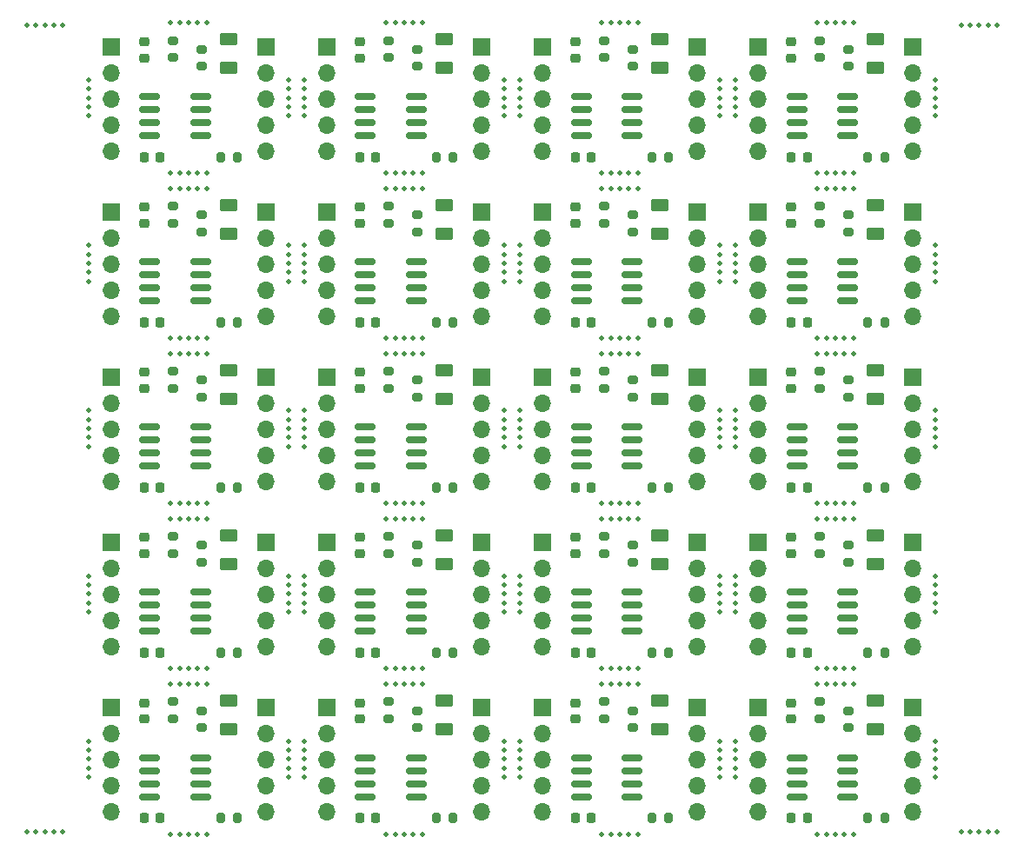
<source format=gbr>
%TF.GenerationSoftware,KiCad,Pcbnew,7.0.9*%
%TF.CreationDate,2024-07-19T15:30:45+09:00*%
%TF.ProjectId,panelize,70616e65-6c69-47a6-952e-6b696361645f,rev?*%
%TF.SameCoordinates,PX39748eaPY88a96c5*%
%TF.FileFunction,Soldermask,Top*%
%TF.FilePolarity,Negative*%
%FSLAX46Y46*%
G04 Gerber Fmt 4.6, Leading zero omitted, Abs format (unit mm)*
G04 Created by KiCad (PCBNEW 7.0.9) date 2024-07-19 15:30:45*
%MOMM*%
%LPD*%
G01*
G04 APERTURE LIST*
G04 Aperture macros list*
%AMRoundRect*
0 Rectangle with rounded corners*
0 $1 Rounding radius*
0 $2 $3 $4 $5 $6 $7 $8 $9 X,Y pos of 4 corners*
0 Add a 4 corners polygon primitive as box body*
4,1,4,$2,$3,$4,$5,$6,$7,$8,$9,$2,$3,0*
0 Add four circle primitives for the rounded corners*
1,1,$1+$1,$2,$3*
1,1,$1+$1,$4,$5*
1,1,$1+$1,$6,$7*
1,1,$1+$1,$8,$9*
0 Add four rect primitives between the rounded corners*
20,1,$1+$1,$2,$3,$4,$5,0*
20,1,$1+$1,$4,$5,$6,$7,0*
20,1,$1+$1,$6,$7,$8,$9,0*
20,1,$1+$1,$8,$9,$2,$3,0*%
G04 Aperture macros list end*
%ADD10C,0.500000*%
%ADD11RoundRect,0.200000X-0.275000X0.200000X-0.275000X-0.200000X0.275000X-0.200000X0.275000X0.200000X0*%
%ADD12RoundRect,0.150000X-0.825000X-0.150000X0.825000X-0.150000X0.825000X0.150000X-0.825000X0.150000X0*%
%ADD13RoundRect,0.200000X0.275000X-0.200000X0.275000X0.200000X-0.275000X0.200000X-0.275000X-0.200000X0*%
%ADD14RoundRect,0.250000X0.625000X-0.375000X0.625000X0.375000X-0.625000X0.375000X-0.625000X-0.375000X0*%
%ADD15RoundRect,0.200000X-0.200000X-0.275000X0.200000X-0.275000X0.200000X0.275000X-0.200000X0.275000X0*%
%ADD16RoundRect,0.218750X-0.218750X-0.256250X0.218750X-0.256250X0.218750X0.256250X-0.218750X0.256250X0*%
%ADD17RoundRect,0.218750X-0.256250X0.218750X-0.256250X-0.218750X0.256250X-0.218750X0.256250X0.218750X0*%
%ADD18O,1.700000X1.700000*%
%ADD19R,1.700000X1.700000*%
G04 APERTURE END LIST*
D10*
%TO.C,KiKit_MB_57_3*%
X47103750Y27100293D03*
%TD*%
D11*
%TO.C,R2*%
X76303750Y81075293D03*
X76303750Y82725293D03*
%TD*%
D12*
%TO.C,U1*%
X37028750Y61205293D03*
X37028750Y59935293D03*
X37028750Y58665293D03*
X37028750Y57395293D03*
X32078750Y57395293D03*
X32078750Y58665293D03*
X32078750Y59935293D03*
X32078750Y61205293D03*
%TD*%
D13*
%TO.C,470*%
X58153750Y81875293D03*
X58153750Y80225293D03*
%TD*%
D10*
%TO.C,KiKit_MB_42_6*%
X66603750Y44075293D03*
%TD*%
%TO.C,KiKit_MB_9_7*%
X47103750Y78900293D03*
%TD*%
D14*
%TO.C,D3*%
X39753750Y66750293D03*
X39753750Y63950293D03*
%TD*%
D10*
%TO.C,KiKit_MB_73_3*%
X47103750Y11000293D03*
%TD*%
%TO.C,KiKit_MB_3_4*%
X13978750Y84450293D03*
%TD*%
%TO.C,KiKit_MB_66_4*%
X24603750Y13625293D03*
%TD*%
%TO.C,KiKit_MB_65_7*%
X5103750Y14500293D03*
%TD*%
%TO.C,KiKit_MB_52_5*%
X14853750Y21550293D03*
%TD*%
%TO.C,KiKit_MB_3_6*%
X15728750Y84450293D03*
%TD*%
D15*
%TO.C,R1*%
X82628750Y55300293D03*
X80978750Y55300293D03*
%TD*%
D10*
%TO.C,KiKit_MB_43_7*%
X58603750Y52250293D03*
%TD*%
%TO.C,KiKit_MB_6_5*%
X45603750Y77150293D03*
%TD*%
D11*
%TO.C,R2*%
X76303750Y48875293D03*
X76303750Y50525293D03*
%TD*%
D14*
%TO.C,D3*%
X39753750Y82850293D03*
X39753750Y80050293D03*
%TD*%
D10*
%TO.C,KiKit_MB_64_3*%
X79603750Y21550293D03*
%TD*%
D15*
%TO.C,R1*%
X19628750Y23100293D03*
X17978750Y23100293D03*
%TD*%
D10*
%TO.C,KiKit_MB_12_4*%
X57728750Y69850293D03*
%TD*%
D13*
%TO.C,470*%
X37153750Y33575293D03*
X37153750Y31925293D03*
%TD*%
D10*
%TO.C,KiKit_MB_4_4*%
X15728750Y69850293D03*
%TD*%
D14*
%TO.C,D3*%
X18753750Y34550293D03*
X18753750Y31750293D03*
%TD*%
D10*
%TO.C,KiKit_MB_17_4*%
X5103750Y60175293D03*
%TD*%
%TO.C,KiKit_MB_24_5*%
X35853750Y53750293D03*
%TD*%
%TO.C,KiKit_MB_54_4*%
X45603750Y29725293D03*
%TD*%
%TO.C,KiKit_MB_57_6*%
X47103750Y29725293D03*
%TD*%
%TO.C,KiKit_MB_7_5*%
X35853750Y84450293D03*
%TD*%
%TO.C,KiKit_MB_15_6*%
X78728750Y84450293D03*
%TD*%
%TO.C,KiKit_MB_73_4*%
X47103750Y11875293D03*
%TD*%
%TO.C,KiKit_MB_45_3*%
X68103750Y43200293D03*
%TD*%
D16*
%TO.C,LED1*%
X33091250Y39200293D03*
X31516250Y39200293D03*
%TD*%
D10*
%TO.C,KiKit_MB_19_7*%
X16603750Y68350293D03*
%TD*%
%TO.C,KiKit_MB_70_6*%
X45603750Y11875293D03*
%TD*%
%TO.C,KiKit_MB_44_5*%
X56853750Y37650293D03*
%TD*%
%TO.C,KiKit_MB_74_7*%
X66603750Y11000293D03*
%TD*%
D11*
%TO.C,R2*%
X55303750Y64975293D03*
X55303750Y66625293D03*
%TD*%
D10*
%TO.C,KiKit_MB_74_5*%
X66603750Y12750293D03*
%TD*%
%TO.C,KiKit_MB_41_7*%
X47103750Y46700293D03*
%TD*%
%TO.C,KiKit_MB_35_3*%
X13103750Y52250293D03*
%TD*%
D15*
%TO.C,R1*%
X40628750Y7000293D03*
X38978750Y7000293D03*
%TD*%
D10*
%TO.C,KiKit_MB_64_7*%
X76103750Y21550293D03*
%TD*%
%TO.C,KiKit_MB_60_5*%
X56853750Y21550293D03*
%TD*%
%TO.C,KiKit_MB_1_7*%
X5103750Y78900293D03*
%TD*%
%TO.C,KiKit_MB_80_3*%
X79603750Y5450293D03*
%TD*%
%TO.C,KiKit_MB_84_3*%
X90103750Y5700293D03*
%TD*%
D13*
%TO.C,470*%
X58153750Y17475293D03*
X58153750Y15825293D03*
%TD*%
D12*
%TO.C,U1*%
X37028750Y45105293D03*
X37028750Y43835293D03*
X37028750Y42565293D03*
X37028750Y41295293D03*
X32078750Y41295293D03*
X32078750Y42565293D03*
X32078750Y43835293D03*
X32078750Y45105293D03*
%TD*%
D17*
%TO.C,LED2*%
X73553750Y32762793D03*
X73553750Y34337793D03*
%TD*%
D15*
%TO.C,R1*%
X19628750Y71400293D03*
X17978750Y71400293D03*
%TD*%
D10*
%TO.C,KiKit_MB_10_5*%
X66603750Y77150293D03*
%TD*%
%TO.C,KiKit_MB_40_4*%
X36728750Y37650293D03*
%TD*%
%TO.C,KiKit_MB_20_5*%
X14853750Y53750293D03*
%TD*%
%TO.C,KiKit_MB_20_6*%
X13978750Y53750293D03*
%TD*%
%TO.C,KiKit_MB_8_5*%
X35853750Y69850293D03*
%TD*%
%TO.C,KiKit_MB_40_6*%
X34978750Y37650293D03*
%TD*%
%TO.C,KiKit_MB_5_3*%
X26103750Y75400293D03*
%TD*%
%TO.C,KiKit_MB_28_4*%
X57728750Y53750293D03*
%TD*%
D11*
%TO.C,R2*%
X34303750Y32775293D03*
X34303750Y34425293D03*
%TD*%
D10*
%TO.C,KiKit_MB_80_4*%
X78728750Y5450293D03*
%TD*%
%TO.C,KiKit_MB_36_3*%
X16603750Y37650293D03*
%TD*%
D16*
%TO.C,LED1*%
X75091250Y55300293D03*
X73516250Y55300293D03*
%TD*%
D10*
%TO.C,KiKit_MB_45_4*%
X68103750Y44075293D03*
%TD*%
%TO.C,KiKit_MB_64_4*%
X78728750Y21550293D03*
%TD*%
%TO.C,KiKit_MB_39_5*%
X35853750Y52250293D03*
%TD*%
%TO.C,KiKit_MB_84_4*%
X90978750Y5700293D03*
%TD*%
%TO.C,KiKit_MB_68_4*%
X15728750Y5450293D03*
%TD*%
D12*
%TO.C,U1*%
X58028750Y12905293D03*
X58028750Y11635293D03*
X58028750Y10365293D03*
X58028750Y9095293D03*
X53078750Y9095293D03*
X53078750Y10365293D03*
X53078750Y11635293D03*
X53078750Y12905293D03*
%TD*%
D10*
%TO.C,KiKit_MB_68_5*%
X14853750Y5450293D03*
%TD*%
%TO.C,KiKit_MB_54_3*%
X45603750Y30600293D03*
%TD*%
%TO.C,KiKit_MB_82_7*%
X2603750Y5700293D03*
%TD*%
%TO.C,KiKit_MB_80_6*%
X76978750Y5450293D03*
%TD*%
%TO.C,KiKit_MB_76_7*%
X55103750Y5450293D03*
%TD*%
D12*
%TO.C,U1*%
X79028750Y45105293D03*
X79028750Y43835293D03*
X79028750Y42565293D03*
X79028750Y41295293D03*
X74078750Y41295293D03*
X74078750Y42565293D03*
X74078750Y43835293D03*
X74078750Y45105293D03*
%TD*%
D10*
%TO.C,KiKit_MB_45_6*%
X68103750Y45825293D03*
%TD*%
%TO.C,KiKit_MB_33_5*%
X5103750Y44950293D03*
%TD*%
D16*
%TO.C,LED1*%
X54091250Y23100293D03*
X52516250Y23100293D03*
%TD*%
D10*
%TO.C,KiKit_MB_78_4*%
X87603750Y13625293D03*
%TD*%
%TO.C,KiKit_MB_28_3*%
X58603750Y53750293D03*
%TD*%
D14*
%TO.C,D3*%
X60753750Y82850293D03*
X60753750Y80050293D03*
%TD*%
%TO.C,D3*%
X60753750Y34550293D03*
X60753750Y31750293D03*
%TD*%
D10*
%TO.C,KiKit_MB_55_5*%
X35853750Y36150293D03*
%TD*%
D17*
%TO.C,LED2*%
X10553750Y64962793D03*
X10553750Y66537793D03*
%TD*%
%TO.C,LED2*%
X10553750Y48862793D03*
X10553750Y50437793D03*
%TD*%
D10*
%TO.C,KiKit_MB_25_3*%
X47103750Y59300293D03*
%TD*%
%TO.C,KiKit_MB_60_7*%
X55103750Y21550293D03*
%TD*%
%TO.C,KiKit_MB_14_3*%
X87603750Y78900293D03*
%TD*%
%TO.C,KiKit_MB_47_4*%
X76978750Y52250293D03*
%TD*%
D14*
%TO.C,D3*%
X18753750Y18450293D03*
X18753750Y15650293D03*
%TD*%
D10*
%TO.C,KiKit_MB_9_6*%
X47103750Y78025293D03*
%TD*%
%TO.C,KiKit_MB_10_3*%
X66603750Y78900293D03*
%TD*%
%TO.C,KiKit_MB_12_6*%
X55978750Y69850293D03*
%TD*%
%TO.C,KiKit_MB_45_7*%
X68103750Y46700293D03*
%TD*%
%TO.C,KiKit_MB_34_4*%
X24603750Y45825293D03*
%TD*%
%TO.C,KiKit_MB_29_6*%
X68103750Y61925293D03*
%TD*%
%TO.C,KiKit_MB_56_4*%
X36728750Y21550293D03*
%TD*%
%TO.C,KiKit_MB_53_4*%
X26103750Y27975293D03*
%TD*%
%TO.C,KiKit_MB_46_4*%
X87603750Y45825293D03*
%TD*%
%TO.C,KiKit_MB_60_3*%
X58603750Y21550293D03*
%TD*%
%TO.C,KiKit_MB_81_3*%
X-896250Y84200293D03*
%TD*%
D12*
%TO.C,U1*%
X16028750Y12905293D03*
X16028750Y11635293D03*
X16028750Y10365293D03*
X16028750Y9095293D03*
X11078750Y9095293D03*
X11078750Y10365293D03*
X11078750Y11635293D03*
X11078750Y12905293D03*
%TD*%
D13*
%TO.C,470*%
X37153750Y81875293D03*
X37153750Y80225293D03*
%TD*%
D10*
%TO.C,KiKit_MB_77_6*%
X68103750Y13625293D03*
%TD*%
D13*
%TO.C,470*%
X16153750Y17475293D03*
X16153750Y15825293D03*
%TD*%
D10*
%TO.C,KiKit_MB_24_7*%
X34103750Y53750293D03*
%TD*%
%TO.C,KiKit_MB_58_4*%
X66603750Y29725293D03*
%TD*%
%TO.C,KiKit_MB_69_5*%
X26103750Y12750293D03*
%TD*%
%TO.C,KiKit_MB_69_4*%
X26103750Y11875293D03*
%TD*%
%TO.C,KiKit_MB_51_3*%
X13103750Y36150293D03*
%TD*%
D16*
%TO.C,LED1*%
X75091250Y23100293D03*
X73516250Y23100293D03*
%TD*%
D17*
%TO.C,LED2*%
X10553750Y81062793D03*
X10553750Y82637793D03*
%TD*%
D10*
%TO.C,KiKit_MB_24_4*%
X36728750Y53750293D03*
%TD*%
D15*
%TO.C,R1*%
X82628750Y23100293D03*
X80978750Y23100293D03*
%TD*%
D13*
%TO.C,470*%
X79153750Y65775293D03*
X79153750Y64125293D03*
%TD*%
D10*
%TO.C,KiKit_MB_63_3*%
X76103750Y36150293D03*
%TD*%
%TO.C,KiKit_MB_61_5*%
X68103750Y28850293D03*
%TD*%
%TO.C,KiKit_MB_59_7*%
X58603750Y36150293D03*
%TD*%
D17*
%TO.C,LED2*%
X31553750Y81062793D03*
X31553750Y82637793D03*
%TD*%
D10*
%TO.C,KiKit_MB_37_4*%
X26103750Y44075293D03*
%TD*%
%TO.C,KiKit_MB_40_3*%
X37603750Y37650293D03*
%TD*%
%TO.C,KiKit_MB_44_4*%
X57728750Y37650293D03*
%TD*%
D11*
%TO.C,R2*%
X55303750Y16675293D03*
X55303750Y18325293D03*
%TD*%
D10*
%TO.C,KiKit_MB_33_6*%
X5103750Y45825293D03*
%TD*%
%TO.C,KiKit_MB_60_4*%
X57728750Y21550293D03*
%TD*%
%TO.C,KiKit_MB_40_5*%
X35853750Y37650293D03*
%TD*%
%TO.C,KiKit_MB_17_7*%
X5103750Y62800293D03*
%TD*%
D15*
%TO.C,R1*%
X40628750Y39200293D03*
X38978750Y39200293D03*
%TD*%
D10*
%TO.C,KiKit_MB_83_3*%
X90103750Y84200293D03*
%TD*%
%TO.C,KiKit_MB_18_3*%
X24603750Y62800293D03*
%TD*%
%TO.C,KiKit_MB_39_7*%
X37603750Y52250293D03*
%TD*%
%TO.C,KiKit_MB_66_5*%
X24603750Y12750293D03*
%TD*%
%TO.C,KiKit_MB_15_5*%
X77853750Y84450293D03*
%TD*%
D11*
%TO.C,R2*%
X55303750Y48875293D03*
X55303750Y50525293D03*
%TD*%
D10*
%TO.C,KiKit_MB_75_3*%
X55103750Y20050293D03*
%TD*%
%TO.C,KiKit_MB_76_6*%
X55978750Y5450293D03*
%TD*%
%TO.C,KiKit_MB_1_5*%
X5103750Y77150293D03*
%TD*%
D11*
%TO.C,R2*%
X76303750Y32775293D03*
X76303750Y34425293D03*
%TD*%
D10*
%TO.C,KiKit_MB_22_7*%
X45603750Y59300293D03*
%TD*%
%TO.C,KiKit_MB_53_7*%
X26103750Y30600293D03*
%TD*%
%TO.C,KiKit_MB_22_5*%
X45603750Y61050293D03*
%TD*%
%TO.C,KiKit_MB_52_3*%
X16603750Y21550293D03*
%TD*%
%TO.C,KiKit_MB_70_4*%
X45603750Y13625293D03*
%TD*%
%TO.C,KiKit_MB_57_7*%
X47103750Y30600293D03*
%TD*%
D11*
%TO.C,R2*%
X34303750Y16675293D03*
X34303750Y18325293D03*
%TD*%
D10*
%TO.C,KiKit_MB_69_3*%
X26103750Y11000293D03*
%TD*%
%TO.C,KiKit_MB_21_3*%
X26103750Y59300293D03*
%TD*%
%TO.C,KiKit_MB_15_7*%
X79603750Y84450293D03*
%TD*%
%TO.C,KiKit_MB_73_7*%
X47103750Y14500293D03*
%TD*%
%TO.C,KiKit_MB_35_5*%
X14853750Y52250293D03*
%TD*%
D16*
%TO.C,LED1*%
X33091250Y71400293D03*
X31516250Y71400293D03*
%TD*%
D12*
%TO.C,U1*%
X58028750Y77305293D03*
X58028750Y76035293D03*
X58028750Y74765293D03*
X58028750Y73495293D03*
X53078750Y73495293D03*
X53078750Y74765293D03*
X53078750Y76035293D03*
X53078750Y77305293D03*
%TD*%
D14*
%TO.C,D3*%
X81753750Y82850293D03*
X81753750Y80050293D03*
%TD*%
D10*
%TO.C,KiKit_MB_50_3*%
X24603750Y30600293D03*
%TD*%
%TO.C,KiKit_MB_52_7*%
X13103750Y21550293D03*
%TD*%
%TO.C,KiKit_MB_39_4*%
X34978750Y52250293D03*
%TD*%
%TO.C,KiKit_MB_12_7*%
X55103750Y69850293D03*
%TD*%
%TO.C,KiKit_MB_36_7*%
X13103750Y37650293D03*
%TD*%
%TO.C,KiKit_MB_79_6*%
X78728750Y20050293D03*
%TD*%
%TO.C,KiKit_MB_27_4*%
X55978750Y68350293D03*
%TD*%
%TO.C,KiKit_MB_18_5*%
X24603750Y61050293D03*
%TD*%
%TO.C,KiKit_MB_44_3*%
X58603750Y37650293D03*
%TD*%
%TO.C,KiKit_MB_41_5*%
X47103750Y44950293D03*
%TD*%
%TO.C,KiKit_MB_46_7*%
X87603750Y43200293D03*
%TD*%
%TO.C,KiKit_MB_62_4*%
X87603750Y29725293D03*
%TD*%
D11*
%TO.C,R2*%
X55303750Y32775293D03*
X55303750Y34425293D03*
%TD*%
D16*
%TO.C,LED1*%
X54091250Y39200293D03*
X52516250Y39200293D03*
%TD*%
D10*
%TO.C,KiKit_MB_65_4*%
X5103750Y11875293D03*
%TD*%
%TO.C,KiKit_MB_47_6*%
X78728750Y52250293D03*
%TD*%
D17*
%TO.C,LED2*%
X31553750Y16662793D03*
X31553750Y18237793D03*
%TD*%
D10*
%TO.C,KiKit_MB_11_6*%
X57728750Y84450293D03*
%TD*%
%TO.C,KiKit_MB_55_7*%
X37603750Y36150293D03*
%TD*%
%TO.C,KiKit_MB_58_6*%
X66603750Y27975293D03*
%TD*%
D14*
%TO.C,D3*%
X60753750Y66750293D03*
X60753750Y63950293D03*
%TD*%
D10*
%TO.C,KiKit_MB_61_3*%
X68103750Y27100293D03*
%TD*%
%TO.C,KiKit_MB_27_5*%
X56853750Y68350293D03*
%TD*%
%TO.C,KiKit_MB_31_4*%
X76978750Y68350293D03*
%TD*%
%TO.C,KiKit_MB_2_5*%
X24603750Y77150293D03*
%TD*%
%TO.C,KiKit_MB_32_5*%
X77853750Y53750293D03*
%TD*%
%TO.C,KiKit_MB_26_6*%
X66603750Y60175293D03*
%TD*%
%TO.C,KiKit_MB_6_3*%
X45603750Y78900293D03*
%TD*%
D12*
%TO.C,U1*%
X16028750Y29005293D03*
X16028750Y27735293D03*
X16028750Y26465293D03*
X16028750Y25195293D03*
X11078750Y25195293D03*
X11078750Y26465293D03*
X11078750Y27735293D03*
X11078750Y29005293D03*
%TD*%
D15*
%TO.C,R1*%
X40628750Y55300293D03*
X38978750Y55300293D03*
%TD*%
D10*
%TO.C,KiKit_MB_5_7*%
X26103750Y78900293D03*
%TD*%
%TO.C,KiKit_MB_37_6*%
X26103750Y45825293D03*
%TD*%
D14*
%TO.C,D3*%
X18753750Y50650293D03*
X18753750Y47850293D03*
%TD*%
D15*
%TO.C,R1*%
X40628750Y71400293D03*
X38978750Y71400293D03*
%TD*%
D10*
%TO.C,KiKit_MB_53_5*%
X26103750Y28850293D03*
%TD*%
%TO.C,KiKit_MB_58_5*%
X66603750Y28850293D03*
%TD*%
D17*
%TO.C,LED2*%
X52553750Y48862793D03*
X52553750Y50437793D03*
%TD*%
D10*
%TO.C,KiKit_MB_84_7*%
X93603750Y5700293D03*
%TD*%
%TO.C,KiKit_MB_28_5*%
X56853750Y53750293D03*
%TD*%
D17*
%TO.C,LED2*%
X73553750Y48862793D03*
X73553750Y50437793D03*
%TD*%
D10*
%TO.C,KiKit_MB_31_5*%
X77853750Y68350293D03*
%TD*%
D12*
%TO.C,U1*%
X16028750Y77305293D03*
X16028750Y76035293D03*
X16028750Y74765293D03*
X16028750Y73495293D03*
X11078750Y73495293D03*
X11078750Y74765293D03*
X11078750Y76035293D03*
X11078750Y77305293D03*
%TD*%
D10*
%TO.C,KiKit_MB_21_6*%
X26103750Y61925293D03*
%TD*%
%TO.C,KiKit_MB_79_7*%
X79603750Y20050293D03*
%TD*%
%TO.C,KiKit_MB_72_3*%
X37603750Y5450293D03*
%TD*%
%TO.C,KiKit_MB_83_6*%
X92728750Y84200293D03*
%TD*%
%TO.C,KiKit_MB_19_4*%
X13978750Y68350293D03*
%TD*%
D16*
%TO.C,LED1*%
X12091250Y71400293D03*
X10516250Y71400293D03*
%TD*%
D10*
%TO.C,KiKit_MB_71_7*%
X37603750Y20050293D03*
%TD*%
D13*
%TO.C,470*%
X58153750Y33575293D03*
X58153750Y31925293D03*
%TD*%
D12*
%TO.C,U1*%
X16028750Y45105293D03*
X16028750Y43835293D03*
X16028750Y42565293D03*
X16028750Y41295293D03*
X11078750Y41295293D03*
X11078750Y42565293D03*
X11078750Y43835293D03*
X11078750Y45105293D03*
%TD*%
D10*
%TO.C,KiKit_MB_6_7*%
X45603750Y75400293D03*
%TD*%
D11*
%TO.C,R2*%
X55303750Y81075293D03*
X55303750Y82725293D03*
%TD*%
D10*
%TO.C,KiKit_MB_82_6*%
X1728750Y5700293D03*
%TD*%
%TO.C,KiKit_MB_78_5*%
X87603750Y12750293D03*
%TD*%
%TO.C,KiKit_MB_48_5*%
X77853750Y37650293D03*
%TD*%
%TO.C,KiKit_MB_48_4*%
X78728750Y37650293D03*
%TD*%
%TO.C,KiKit_MB_2_6*%
X24603750Y76275293D03*
%TD*%
%TO.C,KiKit_MB_20_4*%
X15728750Y53750293D03*
%TD*%
D14*
%TO.C,D3*%
X81753750Y18450293D03*
X81753750Y15650293D03*
%TD*%
D10*
%TO.C,KiKit_MB_27_3*%
X55103750Y68350293D03*
%TD*%
%TO.C,KiKit_MB_16_3*%
X79603750Y69850293D03*
%TD*%
D11*
%TO.C,R2*%
X76303750Y64975293D03*
X76303750Y66625293D03*
%TD*%
D10*
%TO.C,KiKit_MB_5_4*%
X26103750Y76275293D03*
%TD*%
%TO.C,KiKit_MB_14_5*%
X87603750Y77150293D03*
%TD*%
%TO.C,KiKit_MB_39_3*%
X34103750Y52250293D03*
%TD*%
D15*
%TO.C,R1*%
X61628750Y7000293D03*
X59978750Y7000293D03*
%TD*%
D10*
%TO.C,KiKit_MB_21_4*%
X26103750Y60175293D03*
%TD*%
%TO.C,KiKit_MB_69_6*%
X26103750Y13625293D03*
%TD*%
%TO.C,KiKit_MB_83_5*%
X91853750Y84200293D03*
%TD*%
%TO.C,KiKit_MB_49_6*%
X5103750Y29725293D03*
%TD*%
D16*
%TO.C,LED1*%
X33091250Y23100293D03*
X31516250Y23100293D03*
%TD*%
D12*
%TO.C,U1*%
X79028750Y12905293D03*
X79028750Y11635293D03*
X79028750Y10365293D03*
X79028750Y9095293D03*
X74078750Y9095293D03*
X74078750Y10365293D03*
X74078750Y11635293D03*
X74078750Y12905293D03*
%TD*%
D10*
%TO.C,KiKit_MB_13_3*%
X68103750Y75400293D03*
%TD*%
%TO.C,KiKit_MB_42_5*%
X66603750Y44950293D03*
%TD*%
%TO.C,KiKit_MB_71_5*%
X35853750Y20050293D03*
%TD*%
%TO.C,KiKit_MB_62_7*%
X87603750Y27100293D03*
%TD*%
%TO.C,KiKit_MB_13_4*%
X68103750Y76275293D03*
%TD*%
D17*
%TO.C,LED2*%
X73553750Y64962793D03*
X73553750Y66537793D03*
%TD*%
D10*
%TO.C,KiKit_MB_33_3*%
X5103750Y43200293D03*
%TD*%
%TO.C,KiKit_MB_1_3*%
X5103750Y75400293D03*
%TD*%
%TO.C,KiKit_MB_21_7*%
X26103750Y62800293D03*
%TD*%
%TO.C,KiKit_MB_84_6*%
X92728750Y5700293D03*
%TD*%
%TO.C,KiKit_MB_74_6*%
X66603750Y11875293D03*
%TD*%
%TO.C,KiKit_MB_74_3*%
X66603750Y14500293D03*
%TD*%
%TO.C,KiKit_MB_11_3*%
X55103750Y84450293D03*
%TD*%
D17*
%TO.C,LED2*%
X10553750Y32762793D03*
X10553750Y34337793D03*
%TD*%
D10*
%TO.C,KiKit_MB_62_6*%
X87603750Y27975293D03*
%TD*%
%TO.C,KiKit_MB_68_3*%
X16603750Y5450293D03*
%TD*%
%TO.C,KiKit_MB_17_3*%
X5103750Y59300293D03*
%TD*%
D16*
%TO.C,LED1*%
X33091250Y55300293D03*
X31516250Y55300293D03*
%TD*%
D10*
%TO.C,KiKit_MB_63_4*%
X76978750Y36150293D03*
%TD*%
D14*
%TO.C,D3*%
X39753750Y18450293D03*
X39753750Y15650293D03*
%TD*%
D10*
%TO.C,KiKit_MB_28_6*%
X55978750Y53750293D03*
%TD*%
%TO.C,KiKit_MB_64_5*%
X77853750Y21550293D03*
%TD*%
%TO.C,KiKit_MB_73_6*%
X47103750Y13625293D03*
%TD*%
%TO.C,KiKit_MB_42_4*%
X66603750Y45825293D03*
%TD*%
%TO.C,KiKit_MB_11_5*%
X56853750Y84450293D03*
%TD*%
D17*
%TO.C,LED2*%
X10553750Y16662793D03*
X10553750Y18237793D03*
%TD*%
D10*
%TO.C,KiKit_MB_77_3*%
X68103750Y11000293D03*
%TD*%
%TO.C,KiKit_MB_76_4*%
X57728750Y5450293D03*
%TD*%
%TO.C,KiKit_MB_3_3*%
X13103750Y84450293D03*
%TD*%
%TO.C,KiKit_MB_41_3*%
X47103750Y43200293D03*
%TD*%
D15*
%TO.C,R1*%
X61628750Y55300293D03*
X59978750Y55300293D03*
%TD*%
D10*
%TO.C,KiKit_MB_49_4*%
X5103750Y27975293D03*
%TD*%
%TO.C,KiKit_MB_41_4*%
X47103750Y44075293D03*
%TD*%
%TO.C,KiKit_MB_37_5*%
X26103750Y44950293D03*
%TD*%
D14*
%TO.C,D3*%
X39753750Y34550293D03*
X39753750Y31750293D03*
%TD*%
D10*
%TO.C,KiKit_MB_25_6*%
X47103750Y61925293D03*
%TD*%
%TO.C,KiKit_MB_38_5*%
X45603750Y44950293D03*
%TD*%
%TO.C,KiKit_MB_57_4*%
X47103750Y27975293D03*
%TD*%
%TO.C,KiKit_MB_67_7*%
X16603750Y20050293D03*
%TD*%
%TO.C,KiKit_MB_40_7*%
X34103750Y37650293D03*
%TD*%
%TO.C,KiKit_MB_9_4*%
X47103750Y76275293D03*
%TD*%
D13*
%TO.C,470*%
X37153750Y49675293D03*
X37153750Y48025293D03*
%TD*%
D10*
%TO.C,KiKit_MB_31_7*%
X79603750Y68350293D03*
%TD*%
%TO.C,KiKit_MB_38_3*%
X45603750Y46700293D03*
%TD*%
%TO.C,KiKit_MB_22_3*%
X45603750Y62800293D03*
%TD*%
%TO.C,KiKit_MB_48_3*%
X79603750Y37650293D03*
%TD*%
D15*
%TO.C,R1*%
X61628750Y39200293D03*
X59978750Y39200293D03*
%TD*%
D10*
%TO.C,KiKit_MB_8_7*%
X34103750Y69850293D03*
%TD*%
%TO.C,KiKit_MB_62_5*%
X87603750Y28850293D03*
%TD*%
%TO.C,KiKit_MB_67_5*%
X14853750Y20050293D03*
%TD*%
%TO.C,KiKit_MB_70_5*%
X45603750Y12750293D03*
%TD*%
D13*
%TO.C,470*%
X16153750Y65775293D03*
X16153750Y64125293D03*
%TD*%
D10*
%TO.C,KiKit_MB_68_6*%
X13978750Y5450293D03*
%TD*%
%TO.C,KiKit_MB_51_5*%
X14853750Y36150293D03*
%TD*%
D14*
%TO.C,D3*%
X81753750Y34550293D03*
X81753750Y31750293D03*
%TD*%
D10*
%TO.C,KiKit_MB_36_5*%
X14853750Y37650293D03*
%TD*%
%TO.C,KiKit_MB_75_7*%
X58603750Y20050293D03*
%TD*%
D17*
%TO.C,LED2*%
X52553750Y16662793D03*
X52553750Y18237793D03*
%TD*%
D10*
%TO.C,KiKit_MB_29_5*%
X68103750Y61050293D03*
%TD*%
%TO.C,KiKit_MB_30_4*%
X87603750Y61925293D03*
%TD*%
%TO.C,KiKit_MB_82_5*%
X853750Y5700293D03*
%TD*%
%TO.C,KiKit_MB_48_6*%
X76978750Y37650293D03*
%TD*%
%TO.C,KiKit_MB_50_5*%
X24603750Y28850293D03*
%TD*%
%TO.C,KiKit_MB_75_5*%
X56853750Y20050293D03*
%TD*%
D11*
%TO.C,R2*%
X13303750Y48875293D03*
X13303750Y50525293D03*
%TD*%
D10*
%TO.C,KiKit_MB_41_6*%
X47103750Y45825293D03*
%TD*%
D15*
%TO.C,R1*%
X82628750Y39200293D03*
X80978750Y39200293D03*
%TD*%
D10*
%TO.C,KiKit_MB_47_3*%
X76103750Y52250293D03*
%TD*%
%TO.C,KiKit_MB_75_4*%
X55978750Y20050293D03*
%TD*%
%TO.C,KiKit_MB_51_6*%
X15728750Y36150293D03*
%TD*%
%TO.C,KiKit_MB_65_3*%
X5103750Y11000293D03*
%TD*%
%TO.C,KiKit_MB_7_4*%
X34978750Y84450293D03*
%TD*%
D12*
%TO.C,U1*%
X79028750Y61205293D03*
X79028750Y59935293D03*
X79028750Y58665293D03*
X79028750Y57395293D03*
X74078750Y57395293D03*
X74078750Y58665293D03*
X74078750Y59935293D03*
X74078750Y61205293D03*
%TD*%
D10*
%TO.C,KiKit_MB_21_5*%
X26103750Y61050293D03*
%TD*%
%TO.C,KiKit_MB_23_5*%
X35853750Y68350293D03*
%TD*%
%TO.C,KiKit_MB_10_7*%
X66603750Y75400293D03*
%TD*%
%TO.C,KiKit_MB_34_3*%
X24603750Y46700293D03*
%TD*%
%TO.C,KiKit_MB_19_6*%
X15728750Y68350293D03*
%TD*%
%TO.C,KiKit_MB_62_3*%
X87603750Y30600293D03*
%TD*%
%TO.C,KiKit_MB_44_6*%
X55978750Y37650293D03*
%TD*%
%TO.C,KiKit_MB_76_5*%
X56853750Y5450293D03*
%TD*%
%TO.C,KiKit_MB_50_7*%
X24603750Y27100293D03*
%TD*%
%TO.C,KiKit_MB_10_6*%
X66603750Y76275293D03*
%TD*%
D13*
%TO.C,470*%
X79153750Y17475293D03*
X79153750Y15825293D03*
%TD*%
D10*
%TO.C,KiKit_MB_11_4*%
X55978750Y84450293D03*
%TD*%
%TO.C,KiKit_MB_23_3*%
X34103750Y68350293D03*
%TD*%
%TO.C,KiKit_MB_43_6*%
X57728750Y52250293D03*
%TD*%
D14*
%TO.C,D3*%
X60753750Y18450293D03*
X60753750Y15650293D03*
%TD*%
D10*
%TO.C,KiKit_MB_6_6*%
X45603750Y76275293D03*
%TD*%
%TO.C,KiKit_MB_66_6*%
X24603750Y11875293D03*
%TD*%
%TO.C,KiKit_MB_77_4*%
X68103750Y11875293D03*
%TD*%
%TO.C,KiKit_MB_22_4*%
X45603750Y61925293D03*
%TD*%
%TO.C,KiKit_MB_43_4*%
X55978750Y52250293D03*
%TD*%
%TO.C,KiKit_MB_54_6*%
X45603750Y27975293D03*
%TD*%
D12*
%TO.C,U1*%
X58028750Y29005293D03*
X58028750Y27735293D03*
X58028750Y26465293D03*
X58028750Y25195293D03*
X53078750Y25195293D03*
X53078750Y26465293D03*
X53078750Y27735293D03*
X53078750Y29005293D03*
%TD*%
D17*
%TO.C,LED2*%
X31553750Y32762793D03*
X31553750Y34337793D03*
%TD*%
D15*
%TO.C,R1*%
X82628750Y71400293D03*
X80978750Y71400293D03*
%TD*%
D10*
%TO.C,KiKit_MB_65_6*%
X5103750Y13625293D03*
%TD*%
%TO.C,KiKit_MB_25_7*%
X47103750Y62800293D03*
%TD*%
D16*
%TO.C,LED1*%
X75091250Y71400293D03*
X73516250Y71400293D03*
%TD*%
D10*
%TO.C,KiKit_MB_16_4*%
X78728750Y69850293D03*
%TD*%
%TO.C,KiKit_MB_17_6*%
X5103750Y61925293D03*
%TD*%
%TO.C,KiKit_MB_25_5*%
X47103750Y61050293D03*
%TD*%
%TO.C,KiKit_MB_79_3*%
X76103750Y20050293D03*
%TD*%
D12*
%TO.C,U1*%
X16028750Y61205293D03*
X16028750Y59935293D03*
X16028750Y58665293D03*
X16028750Y57395293D03*
X11078750Y57395293D03*
X11078750Y58665293D03*
X11078750Y59935293D03*
X11078750Y61205293D03*
%TD*%
%TO.C,U1*%
X37028750Y77305293D03*
X37028750Y76035293D03*
X37028750Y74765293D03*
X37028750Y73495293D03*
X32078750Y73495293D03*
X32078750Y74765293D03*
X32078750Y76035293D03*
X32078750Y77305293D03*
%TD*%
D10*
%TO.C,KiKit_MB_45_5*%
X68103750Y44950293D03*
%TD*%
%TO.C,KiKit_MB_55_4*%
X34978750Y36150293D03*
%TD*%
%TO.C,KiKit_MB_9_3*%
X47103750Y75400293D03*
%TD*%
%TO.C,KiKit_MB_16_6*%
X76978750Y69850293D03*
%TD*%
%TO.C,KiKit_MB_27_6*%
X57728750Y68350293D03*
%TD*%
D11*
%TO.C,R2*%
X13303750Y81075293D03*
X13303750Y82725293D03*
%TD*%
D10*
%TO.C,KiKit_MB_46_6*%
X87603750Y44075293D03*
%TD*%
%TO.C,KiKit_MB_49_3*%
X5103750Y27100293D03*
%TD*%
%TO.C,KiKit_MB_39_6*%
X36728750Y52250293D03*
%TD*%
%TO.C,KiKit_MB_70_7*%
X45603750Y11000293D03*
%TD*%
D12*
%TO.C,U1*%
X79028750Y77305293D03*
X79028750Y76035293D03*
X79028750Y74765293D03*
X79028750Y73495293D03*
X74078750Y73495293D03*
X74078750Y74765293D03*
X74078750Y76035293D03*
X74078750Y77305293D03*
%TD*%
D10*
%TO.C,KiKit_MB_37_7*%
X26103750Y46700293D03*
%TD*%
%TO.C,KiKit_MB_81_7*%
X2603750Y84200293D03*
%TD*%
%TO.C,KiKit_MB_67_6*%
X15728750Y20050293D03*
%TD*%
%TO.C,KiKit_MB_73_5*%
X47103750Y12750293D03*
%TD*%
%TO.C,KiKit_MB_5_6*%
X26103750Y78025293D03*
%TD*%
%TO.C,KiKit_MB_7_3*%
X34103750Y84450293D03*
%TD*%
%TO.C,KiKit_MB_37_3*%
X26103750Y43200293D03*
%TD*%
%TO.C,KiKit_MB_72_6*%
X34978750Y5450293D03*
%TD*%
%TO.C,KiKit_MB_74_4*%
X66603750Y13625293D03*
%TD*%
D14*
%TO.C,D3*%
X39753750Y50650293D03*
X39753750Y47850293D03*
%TD*%
D10*
%TO.C,KiKit_MB_18_6*%
X24603750Y60175293D03*
%TD*%
%TO.C,KiKit_MB_7_6*%
X36728750Y84450293D03*
%TD*%
%TO.C,KiKit_MB_20_7*%
X13103750Y53750293D03*
%TD*%
%TO.C,KiKit_MB_63_5*%
X77853750Y36150293D03*
%TD*%
%TO.C,KiKit_MB_11_7*%
X58603750Y84450293D03*
%TD*%
%TO.C,KiKit_MB_35_6*%
X15728750Y52250293D03*
%TD*%
%TO.C,KiKit_MB_84_5*%
X91853750Y5700293D03*
%TD*%
%TO.C,KiKit_MB_69_7*%
X26103750Y14500293D03*
%TD*%
%TO.C,KiKit_MB_35_7*%
X16603750Y52250293D03*
%TD*%
%TO.C,KiKit_MB_3_7*%
X16603750Y84450293D03*
%TD*%
%TO.C,KiKit_MB_15_4*%
X76978750Y84450293D03*
%TD*%
%TO.C,KiKit_MB_2_4*%
X24603750Y78025293D03*
%TD*%
%TO.C,KiKit_MB_36_6*%
X13978750Y37650293D03*
%TD*%
%TO.C,KiKit_MB_19_3*%
X13103750Y68350293D03*
%TD*%
D14*
%TO.C,D3*%
X18753750Y82850293D03*
X18753750Y80050293D03*
%TD*%
D10*
%TO.C,KiKit_MB_23_6*%
X36728750Y68350293D03*
%TD*%
%TO.C,KiKit_MB_38_7*%
X45603750Y43200293D03*
%TD*%
%TO.C,KiKit_MB_19_5*%
X14853750Y68350293D03*
%TD*%
%TO.C,KiKit_MB_72_7*%
X34103750Y5450293D03*
%TD*%
D17*
%TO.C,LED2*%
X73553750Y81062793D03*
X73553750Y82637793D03*
%TD*%
D10*
%TO.C,KiKit_MB_54_7*%
X45603750Y27100293D03*
%TD*%
D12*
%TO.C,U1*%
X58028750Y61205293D03*
X58028750Y59935293D03*
X58028750Y58665293D03*
X58028750Y57395293D03*
X53078750Y57395293D03*
X53078750Y58665293D03*
X53078750Y59935293D03*
X53078750Y61205293D03*
%TD*%
D10*
%TO.C,KiKit_MB_52_6*%
X13978750Y21550293D03*
%TD*%
%TO.C,KiKit_MB_32_3*%
X79603750Y53750293D03*
%TD*%
%TO.C,KiKit_MB_25_4*%
X47103750Y60175293D03*
%TD*%
%TO.C,KiKit_MB_80_5*%
X77853750Y5450293D03*
%TD*%
D13*
%TO.C,470*%
X16153750Y33575293D03*
X16153750Y31925293D03*
%TD*%
D11*
%TO.C,R2*%
X13303750Y16675293D03*
X13303750Y18325293D03*
%TD*%
D10*
%TO.C,KiKit_MB_30_5*%
X87603750Y61050293D03*
%TD*%
%TO.C,KiKit_MB_54_5*%
X45603750Y28850293D03*
%TD*%
%TO.C,KiKit_MB_58_3*%
X66603750Y30600293D03*
%TD*%
%TO.C,KiKit_MB_12_3*%
X58603750Y69850293D03*
%TD*%
D11*
%TO.C,R2*%
X34303750Y64975293D03*
X34303750Y66625293D03*
%TD*%
D10*
%TO.C,KiKit_MB_53_6*%
X26103750Y29725293D03*
%TD*%
%TO.C,KiKit_MB_12_5*%
X56853750Y69850293D03*
%TD*%
D11*
%TO.C,R2*%
X34303750Y81075293D03*
X34303750Y82725293D03*
%TD*%
D10*
%TO.C,KiKit_MB_72_4*%
X36728750Y5450293D03*
%TD*%
D12*
%TO.C,U1*%
X79028750Y29005293D03*
X79028750Y27735293D03*
X79028750Y26465293D03*
X79028750Y25195293D03*
X74078750Y25195293D03*
X74078750Y26465293D03*
X74078750Y27735293D03*
X74078750Y29005293D03*
%TD*%
D10*
%TO.C,KiKit_MB_3_5*%
X14853750Y84450293D03*
%TD*%
%TO.C,KiKit_MB_24_3*%
X37603750Y53750293D03*
%TD*%
%TO.C,KiKit_MB_1_6*%
X5103750Y78025293D03*
%TD*%
D17*
%TO.C,LED2*%
X31553750Y48862793D03*
X31553750Y50437793D03*
%TD*%
D15*
%TO.C,R1*%
X19628750Y55300293D03*
X17978750Y55300293D03*
%TD*%
D10*
%TO.C,KiKit_MB_30_3*%
X87603750Y62800293D03*
%TD*%
%TO.C,KiKit_MB_48_7*%
X76103750Y37650293D03*
%TD*%
D12*
%TO.C,U1*%
X37028750Y12905293D03*
X37028750Y11635293D03*
X37028750Y10365293D03*
X37028750Y9095293D03*
X32078750Y9095293D03*
X32078750Y10365293D03*
X32078750Y11635293D03*
X32078750Y12905293D03*
%TD*%
D13*
%TO.C,470*%
X37153750Y65775293D03*
X37153750Y64125293D03*
%TD*%
D10*
%TO.C,KiKit_MB_43_3*%
X55103750Y52250293D03*
%TD*%
%TO.C,KiKit_MB_26_3*%
X66603750Y62800293D03*
%TD*%
%TO.C,KiKit_MB_6_4*%
X45603750Y78025293D03*
%TD*%
D16*
%TO.C,LED1*%
X33091250Y7000293D03*
X31516250Y7000293D03*
%TD*%
D10*
%TO.C,KiKit_MB_78_7*%
X87603750Y11000293D03*
%TD*%
D13*
%TO.C,470*%
X79153750Y81875293D03*
X79153750Y80225293D03*
%TD*%
D11*
%TO.C,R2*%
X34303750Y48875293D03*
X34303750Y50525293D03*
%TD*%
D10*
%TO.C,KiKit_MB_63_6*%
X78728750Y36150293D03*
%TD*%
%TO.C,KiKit_MB_71_4*%
X34978750Y20050293D03*
%TD*%
%TO.C,KiKit_MB_23_7*%
X37603750Y68350293D03*
%TD*%
%TO.C,KiKit_MB_42_3*%
X66603750Y46700293D03*
%TD*%
%TO.C,KiKit_MB_13_5*%
X68103750Y77150293D03*
%TD*%
D13*
%TO.C,470*%
X37153750Y17475293D03*
X37153750Y15825293D03*
%TD*%
D10*
%TO.C,KiKit_MB_31_3*%
X76103750Y68350293D03*
%TD*%
%TO.C,KiKit_MB_78_3*%
X87603750Y14500293D03*
%TD*%
%TO.C,KiKit_MB_16_5*%
X77853750Y69850293D03*
%TD*%
D13*
%TO.C,470*%
X79153750Y49675293D03*
X79153750Y48025293D03*
%TD*%
D10*
%TO.C,KiKit_MB_20_3*%
X16603750Y53750293D03*
%TD*%
D17*
%TO.C,LED2*%
X52553750Y32762793D03*
X52553750Y34337793D03*
%TD*%
D10*
%TO.C,KiKit_MB_56_3*%
X37603750Y21550293D03*
%TD*%
D11*
%TO.C,R2*%
X13303750Y32775293D03*
X13303750Y34425293D03*
%TD*%
D10*
%TO.C,KiKit_MB_17_5*%
X5103750Y61050293D03*
%TD*%
%TO.C,KiKit_MB_65_5*%
X5103750Y12750293D03*
%TD*%
%TO.C,KiKit_MB_31_6*%
X78728750Y68350293D03*
%TD*%
D16*
%TO.C,LED1*%
X75091250Y7000293D03*
X73516250Y7000293D03*
%TD*%
D10*
%TO.C,KiKit_MB_81_5*%
X853750Y84200293D03*
%TD*%
D13*
%TO.C,470*%
X79153750Y33575293D03*
X79153750Y31925293D03*
%TD*%
D10*
%TO.C,KiKit_MB_82_3*%
X-896250Y5700293D03*
%TD*%
%TO.C,KiKit_MB_80_7*%
X76103750Y5450293D03*
%TD*%
D16*
%TO.C,LED1*%
X12091250Y39200293D03*
X10516250Y39200293D03*
%TD*%
D10*
%TO.C,KiKit_MB_23_4*%
X34978750Y68350293D03*
%TD*%
%TO.C,KiKit_MB_56_5*%
X35853750Y21550293D03*
%TD*%
D16*
%TO.C,LED1*%
X75091250Y39200293D03*
X73516250Y39200293D03*
%TD*%
D10*
%TO.C,KiKit_MB_4_3*%
X16603750Y69850293D03*
%TD*%
%TO.C,KiKit_MB_67_3*%
X13103750Y20050293D03*
%TD*%
%TO.C,KiKit_MB_28_7*%
X55103750Y53750293D03*
%TD*%
D15*
%TO.C,R1*%
X61628750Y71400293D03*
X59978750Y71400293D03*
%TD*%
D10*
%TO.C,KiKit_MB_13_6*%
X68103750Y78025293D03*
%TD*%
D14*
%TO.C,D3*%
X60753750Y50650293D03*
X60753750Y47850293D03*
%TD*%
D10*
%TO.C,KiKit_MB_49_7*%
X5103750Y30600293D03*
%TD*%
%TO.C,KiKit_MB_70_3*%
X45603750Y14500293D03*
%TD*%
%TO.C,KiKit_MB_9_5*%
X47103750Y77150293D03*
%TD*%
%TO.C,KiKit_MB_44_7*%
X55103750Y37650293D03*
%TD*%
%TO.C,KiKit_MB_42_7*%
X66603750Y43200293D03*
%TD*%
%TO.C,KiKit_MB_77_5*%
X68103750Y12750293D03*
%TD*%
%TO.C,KiKit_MB_32_6*%
X76978750Y53750293D03*
%TD*%
%TO.C,KiKit_MB_2_7*%
X24603750Y75400293D03*
%TD*%
D16*
%TO.C,LED1*%
X54091250Y7000293D03*
X52516250Y7000293D03*
%TD*%
D10*
%TO.C,KiKit_MB_26_7*%
X66603750Y59300293D03*
%TD*%
%TO.C,KiKit_MB_46_3*%
X87603750Y46700293D03*
%TD*%
D15*
%TO.C,R1*%
X19628750Y39200293D03*
X17978750Y39200293D03*
%TD*%
D10*
%TO.C,KiKit_MB_26_5*%
X66603750Y61050293D03*
%TD*%
D12*
%TO.C,U1*%
X37028750Y29005293D03*
X37028750Y27735293D03*
X37028750Y26465293D03*
X37028750Y25195293D03*
X32078750Y25195293D03*
X32078750Y26465293D03*
X32078750Y27735293D03*
X32078750Y29005293D03*
%TD*%
D13*
%TO.C,470*%
X58153750Y65775293D03*
X58153750Y64125293D03*
%TD*%
D14*
%TO.C,D3*%
X18753750Y66750293D03*
X18753750Y63950293D03*
%TD*%
D10*
%TO.C,KiKit_MB_29_3*%
X68103750Y59300293D03*
%TD*%
%TO.C,KiKit_MB_58_7*%
X66603750Y27100293D03*
%TD*%
D17*
%TO.C,LED2*%
X52553750Y64962793D03*
X52553750Y66537793D03*
%TD*%
D10*
%TO.C,KiKit_MB_71_6*%
X36728750Y20050293D03*
%TD*%
D16*
%TO.C,LED1*%
X12091250Y55300293D03*
X10516250Y55300293D03*
%TD*%
D10*
%TO.C,KiKit_MB_81_4*%
X-21250Y84200293D03*
%TD*%
%TO.C,KiKit_MB_14_6*%
X87603750Y76275293D03*
%TD*%
%TO.C,KiKit_MB_57_5*%
X47103750Y28850293D03*
%TD*%
%TO.C,KiKit_MB_32_4*%
X78728750Y53750293D03*
%TD*%
%TO.C,KiKit_MB_8_6*%
X34978750Y69850293D03*
%TD*%
%TO.C,KiKit_MB_61_4*%
X68103750Y27975293D03*
%TD*%
%TO.C,KiKit_MB_78_6*%
X87603750Y11875293D03*
%TD*%
%TO.C,KiKit_MB_34_5*%
X24603750Y44950293D03*
%TD*%
%TO.C,KiKit_MB_24_6*%
X34978750Y53750293D03*
%TD*%
D16*
%TO.C,LED1*%
X54091250Y71400293D03*
X52516250Y71400293D03*
%TD*%
%TO.C,LED1*%
X54091250Y55300293D03*
X52516250Y55300293D03*
%TD*%
D10*
%TO.C,KiKit_MB_50_4*%
X24603750Y29725293D03*
%TD*%
%TO.C,KiKit_MB_71_3*%
X34103750Y20050293D03*
%TD*%
%TO.C,KiKit_MB_14_7*%
X87603750Y75400293D03*
%TD*%
D13*
%TO.C,470*%
X16153750Y49675293D03*
X16153750Y48025293D03*
%TD*%
D10*
%TO.C,KiKit_MB_30_7*%
X87603750Y59300293D03*
%TD*%
%TO.C,KiKit_MB_59_3*%
X55103750Y36150293D03*
%TD*%
%TO.C,KiKit_MB_51_4*%
X13978750Y36150293D03*
%TD*%
%TO.C,KiKit_MB_8_3*%
X37603750Y69850293D03*
%TD*%
%TO.C,KiKit_MB_15_3*%
X76103750Y84450293D03*
%TD*%
%TO.C,KiKit_MB_66_7*%
X24603750Y11000293D03*
%TD*%
%TO.C,KiKit_MB_10_4*%
X66603750Y78025293D03*
%TD*%
%TO.C,KiKit_MB_8_4*%
X36728750Y69850293D03*
%TD*%
%TO.C,KiKit_MB_13_7*%
X68103750Y78900293D03*
%TD*%
D15*
%TO.C,R1*%
X19628750Y7000293D03*
X17978750Y7000293D03*
%TD*%
D10*
%TO.C,KiKit_MB_56_6*%
X34978750Y21550293D03*
%TD*%
%TO.C,KiKit_MB_36_4*%
X15728750Y37650293D03*
%TD*%
D14*
%TO.C,D3*%
X81753750Y50650293D03*
X81753750Y47850293D03*
%TD*%
D10*
%TO.C,KiKit_MB_33_7*%
X5103750Y46700293D03*
%TD*%
%TO.C,KiKit_MB_2_3*%
X24603750Y78900293D03*
%TD*%
%TO.C,KiKit_MB_59_6*%
X57728750Y36150293D03*
%TD*%
%TO.C,KiKit_MB_79_4*%
X76978750Y20050293D03*
%TD*%
%TO.C,KiKit_MB_18_7*%
X24603750Y59300293D03*
%TD*%
%TO.C,KiKit_MB_67_4*%
X13978750Y20050293D03*
%TD*%
%TO.C,KiKit_MB_5_5*%
X26103750Y77150293D03*
%TD*%
%TO.C,KiKit_MB_1_4*%
X5103750Y76275293D03*
%TD*%
%TO.C,KiKit_MB_59_4*%
X55978750Y36150293D03*
%TD*%
%TO.C,KiKit_MB_14_4*%
X87603750Y78025293D03*
%TD*%
D15*
%TO.C,R1*%
X40628750Y23100293D03*
X38978750Y23100293D03*
%TD*%
D12*
%TO.C,U1*%
X58028750Y45105293D03*
X58028750Y43835293D03*
X58028750Y42565293D03*
X58028750Y41295293D03*
X53078750Y41295293D03*
X53078750Y42565293D03*
X53078750Y43835293D03*
X53078750Y45105293D03*
%TD*%
D10*
%TO.C,KiKit_MB_4_5*%
X14853750Y69850293D03*
%TD*%
%TO.C,KiKit_MB_46_5*%
X87603750Y44950293D03*
%TD*%
%TO.C,KiKit_MB_81_6*%
X1728750Y84200293D03*
%TD*%
%TO.C,KiKit_MB_4_7*%
X13103750Y69850293D03*
%TD*%
%TO.C,KiKit_MB_52_4*%
X15728750Y21550293D03*
%TD*%
%TO.C,KiKit_MB_49_5*%
X5103750Y28850293D03*
%TD*%
%TO.C,KiKit_MB_47_7*%
X79603750Y52250293D03*
%TD*%
D13*
%TO.C,470*%
X16153750Y81875293D03*
X16153750Y80225293D03*
%TD*%
D10*
%TO.C,KiKit_MB_30_6*%
X87603750Y60175293D03*
%TD*%
%TO.C,KiKit_MB_18_4*%
X24603750Y61925293D03*
%TD*%
%TO.C,KiKit_MB_38_4*%
X45603750Y45825293D03*
%TD*%
%TO.C,KiKit_MB_16_7*%
X76103750Y69850293D03*
%TD*%
%TO.C,KiKit_MB_61_7*%
X68103750Y30600293D03*
%TD*%
%TO.C,KiKit_MB_77_7*%
X68103750Y14500293D03*
%TD*%
%TO.C,KiKit_MB_27_7*%
X58603750Y68350293D03*
%TD*%
%TO.C,KiKit_MB_56_7*%
X34103750Y21550293D03*
%TD*%
%TO.C,KiKit_MB_72_5*%
X35853750Y5450293D03*
%TD*%
%TO.C,KiKit_MB_66_3*%
X24603750Y14500293D03*
%TD*%
%TO.C,KiKit_MB_59_5*%
X56853750Y36150293D03*
%TD*%
D13*
%TO.C,470*%
X58153750Y49675293D03*
X58153750Y48025293D03*
%TD*%
D10*
%TO.C,KiKit_MB_35_4*%
X13978750Y52250293D03*
%TD*%
%TO.C,KiKit_MB_29_4*%
X68103750Y60175293D03*
%TD*%
%TO.C,KiKit_MB_51_7*%
X16603750Y36150293D03*
%TD*%
D11*
%TO.C,R2*%
X13303750Y64975293D03*
X13303750Y66625293D03*
%TD*%
D17*
%TO.C,LED2*%
X73553750Y16662793D03*
X73553750Y18237793D03*
%TD*%
D10*
%TO.C,KiKit_MB_63_7*%
X79603750Y36150293D03*
%TD*%
%TO.C,KiKit_MB_76_3*%
X58603750Y5450293D03*
%TD*%
%TO.C,KiKit_MB_61_6*%
X68103750Y29725293D03*
%TD*%
%TO.C,KiKit_MB_26_4*%
X66603750Y61925293D03*
%TD*%
%TO.C,KiKit_MB_55_3*%
X34103750Y36150293D03*
%TD*%
%TO.C,KiKit_MB_43_5*%
X56853750Y52250293D03*
%TD*%
D17*
%TO.C,LED2*%
X31553750Y64962793D03*
X31553750Y66537793D03*
%TD*%
D10*
%TO.C,KiKit_MB_38_6*%
X45603750Y44075293D03*
%TD*%
%TO.C,KiKit_MB_68_7*%
X13103750Y5450293D03*
%TD*%
%TO.C,KiKit_MB_4_6*%
X13978750Y69850293D03*
%TD*%
%TO.C,KiKit_MB_50_6*%
X24603750Y27975293D03*
%TD*%
D16*
%TO.C,LED1*%
X12091250Y7000293D03*
X10516250Y7000293D03*
%TD*%
D17*
%TO.C,LED2*%
X52553750Y81062793D03*
X52553750Y82637793D03*
%TD*%
D15*
%TO.C,R1*%
X82628750Y7000293D03*
X80978750Y7000293D03*
%TD*%
D10*
%TO.C,KiKit_MB_55_6*%
X36728750Y36150293D03*
%TD*%
%TO.C,KiKit_MB_83_4*%
X90978750Y84200293D03*
%TD*%
%TO.C,KiKit_MB_53_3*%
X26103750Y27100293D03*
%TD*%
%TO.C,KiKit_MB_34_6*%
X24603750Y44075293D03*
%TD*%
%TO.C,KiKit_MB_83_7*%
X93603750Y84200293D03*
%TD*%
%TO.C,KiKit_MB_79_5*%
X77853750Y20050293D03*
%TD*%
%TO.C,KiKit_MB_75_6*%
X57728750Y20050293D03*
%TD*%
%TO.C,KiKit_MB_7_7*%
X37603750Y84450293D03*
%TD*%
D16*
%TO.C,LED1*%
X12091250Y23100293D03*
X10516250Y23100293D03*
%TD*%
D15*
%TO.C,R1*%
X61628750Y23100293D03*
X59978750Y23100293D03*
%TD*%
D10*
%TO.C,KiKit_MB_22_6*%
X45603750Y60175293D03*
%TD*%
%TO.C,KiKit_MB_32_7*%
X76103750Y53750293D03*
%TD*%
D14*
%TO.C,D3*%
X81753750Y66750293D03*
X81753750Y63950293D03*
%TD*%
D10*
%TO.C,KiKit_MB_33_4*%
X5103750Y44075293D03*
%TD*%
D11*
%TO.C,R2*%
X76303750Y16675293D03*
X76303750Y18325293D03*
%TD*%
D10*
%TO.C,KiKit_MB_60_6*%
X55978750Y21550293D03*
%TD*%
%TO.C,KiKit_MB_64_6*%
X76978750Y21550293D03*
%TD*%
%TO.C,KiKit_MB_34_7*%
X24603750Y43200293D03*
%TD*%
%TO.C,KiKit_MB_82_4*%
X-21250Y5700293D03*
%TD*%
%TO.C,KiKit_MB_47_5*%
X77853750Y52250293D03*
%TD*%
%TO.C,KiKit_MB_29_7*%
X68103750Y62800293D03*
%TD*%
D18*
%TO.C,J1*%
X28303750Y7590293D03*
X28303750Y10130293D03*
X28303750Y12670293D03*
X28303750Y15210293D03*
D19*
X28303750Y17750293D03*
%TD*%
D18*
%TO.C,J2*%
X22353750Y39790293D03*
X22353750Y42330293D03*
X22353750Y44870293D03*
X22353750Y47410293D03*
D19*
X22353750Y49950293D03*
%TD*%
D18*
%TO.C,J1*%
X70303750Y55890293D03*
X70303750Y58430293D03*
X70303750Y60970293D03*
X70303750Y63510293D03*
D19*
X70303750Y66050293D03*
%TD*%
D18*
%TO.C,J2*%
X43353750Y71990293D03*
X43353750Y74530293D03*
X43353750Y77070293D03*
X43353750Y79610293D03*
D19*
X43353750Y82150293D03*
%TD*%
D18*
%TO.C,J2*%
X43353750Y55890293D03*
X43353750Y58430293D03*
X43353750Y60970293D03*
X43353750Y63510293D03*
D19*
X43353750Y66050293D03*
%TD*%
D18*
%TO.C,J1*%
X28303750Y71990293D03*
X28303750Y74530293D03*
X28303750Y77070293D03*
X28303750Y79610293D03*
D19*
X28303750Y82150293D03*
%TD*%
D18*
%TO.C,J1*%
X49303750Y23690293D03*
X49303750Y26230293D03*
X49303750Y28770293D03*
X49303750Y31310293D03*
D19*
X49303750Y33850293D03*
%TD*%
D18*
%TO.C,J1*%
X7303750Y23690293D03*
X7303750Y26230293D03*
X7303750Y28770293D03*
X7303750Y31310293D03*
D19*
X7303750Y33850293D03*
%TD*%
D18*
%TO.C,J2*%
X64353750Y55890293D03*
X64353750Y58430293D03*
X64353750Y60970293D03*
X64353750Y63510293D03*
D19*
X64353750Y66050293D03*
%TD*%
D18*
%TO.C,J2*%
X85353750Y71990293D03*
X85353750Y74530293D03*
X85353750Y77070293D03*
X85353750Y79610293D03*
D19*
X85353750Y82150293D03*
%TD*%
D18*
%TO.C,J1*%
X7303750Y7590293D03*
X7303750Y10130293D03*
X7303750Y12670293D03*
X7303750Y15210293D03*
D19*
X7303750Y17750293D03*
%TD*%
D18*
%TO.C,J2*%
X85353750Y23690293D03*
X85353750Y26230293D03*
X85353750Y28770293D03*
X85353750Y31310293D03*
D19*
X85353750Y33850293D03*
%TD*%
D18*
%TO.C,J2*%
X85353750Y55890293D03*
X85353750Y58430293D03*
X85353750Y60970293D03*
X85353750Y63510293D03*
D19*
X85353750Y66050293D03*
%TD*%
D18*
%TO.C,J2*%
X22353750Y55890293D03*
X22353750Y58430293D03*
X22353750Y60970293D03*
X22353750Y63510293D03*
D19*
X22353750Y66050293D03*
%TD*%
D18*
%TO.C,J2*%
X22353750Y7590293D03*
X22353750Y10130293D03*
X22353750Y12670293D03*
X22353750Y15210293D03*
D19*
X22353750Y17750293D03*
%TD*%
D18*
%TO.C,J1*%
X7303750Y39790293D03*
X7303750Y42330293D03*
X7303750Y44870293D03*
X7303750Y47410293D03*
D19*
X7303750Y49950293D03*
%TD*%
D18*
%TO.C,J1*%
X70303750Y39790293D03*
X70303750Y42330293D03*
X70303750Y44870293D03*
X70303750Y47410293D03*
D19*
X70303750Y49950293D03*
%TD*%
D18*
%TO.C,J2*%
X85353750Y39790293D03*
X85353750Y42330293D03*
X85353750Y44870293D03*
X85353750Y47410293D03*
D19*
X85353750Y49950293D03*
%TD*%
D18*
%TO.C,J1*%
X7303750Y71990293D03*
X7303750Y74530293D03*
X7303750Y77070293D03*
X7303750Y79610293D03*
D19*
X7303750Y82150293D03*
%TD*%
D18*
%TO.C,J2*%
X64353750Y7590293D03*
X64353750Y10130293D03*
X64353750Y12670293D03*
X64353750Y15210293D03*
D19*
X64353750Y17750293D03*
%TD*%
D18*
%TO.C,J1*%
X49303750Y39790293D03*
X49303750Y42330293D03*
X49303750Y44870293D03*
X49303750Y47410293D03*
D19*
X49303750Y49950293D03*
%TD*%
D18*
%TO.C,J2*%
X64353750Y23690293D03*
X64353750Y26230293D03*
X64353750Y28770293D03*
X64353750Y31310293D03*
D19*
X64353750Y33850293D03*
%TD*%
D18*
%TO.C,J2*%
X64353750Y39790293D03*
X64353750Y42330293D03*
X64353750Y44870293D03*
X64353750Y47410293D03*
D19*
X64353750Y49950293D03*
%TD*%
D18*
%TO.C,J1*%
X70303750Y7590293D03*
X70303750Y10130293D03*
X70303750Y12670293D03*
X70303750Y15210293D03*
D19*
X70303750Y17750293D03*
%TD*%
D18*
%TO.C,J2*%
X43353750Y23690293D03*
X43353750Y26230293D03*
X43353750Y28770293D03*
X43353750Y31310293D03*
D19*
X43353750Y33850293D03*
%TD*%
D18*
%TO.C,J1*%
X49303750Y7590293D03*
X49303750Y10130293D03*
X49303750Y12670293D03*
X49303750Y15210293D03*
D19*
X49303750Y17750293D03*
%TD*%
D18*
%TO.C,J2*%
X22353750Y23690293D03*
X22353750Y26230293D03*
X22353750Y28770293D03*
X22353750Y31310293D03*
D19*
X22353750Y33850293D03*
%TD*%
D18*
%TO.C,J1*%
X28303750Y39790293D03*
X28303750Y42330293D03*
X28303750Y44870293D03*
X28303750Y47410293D03*
D19*
X28303750Y49950293D03*
%TD*%
D18*
%TO.C,J2*%
X85353750Y7590293D03*
X85353750Y10130293D03*
X85353750Y12670293D03*
X85353750Y15210293D03*
D19*
X85353750Y17750293D03*
%TD*%
D18*
%TO.C,J1*%
X28303750Y55890293D03*
X28303750Y58430293D03*
X28303750Y60970293D03*
X28303750Y63510293D03*
D19*
X28303750Y66050293D03*
%TD*%
D18*
%TO.C,J2*%
X22353750Y71990293D03*
X22353750Y74530293D03*
X22353750Y77070293D03*
X22353750Y79610293D03*
D19*
X22353750Y82150293D03*
%TD*%
D18*
%TO.C,J1*%
X70303750Y71990293D03*
X70303750Y74530293D03*
X70303750Y77070293D03*
X70303750Y79610293D03*
D19*
X70303750Y82150293D03*
%TD*%
D18*
%TO.C,J2*%
X43353750Y7590293D03*
X43353750Y10130293D03*
X43353750Y12670293D03*
X43353750Y15210293D03*
D19*
X43353750Y17750293D03*
%TD*%
D18*
%TO.C,J1*%
X49303750Y55890293D03*
X49303750Y58430293D03*
X49303750Y60970293D03*
X49303750Y63510293D03*
D19*
X49303750Y66050293D03*
%TD*%
D18*
%TO.C,J1*%
X7303750Y55890293D03*
X7303750Y58430293D03*
X7303750Y60970293D03*
X7303750Y63510293D03*
D19*
X7303750Y66050293D03*
%TD*%
D18*
%TO.C,J1*%
X49303750Y71990293D03*
X49303750Y74530293D03*
X49303750Y77070293D03*
X49303750Y79610293D03*
D19*
X49303750Y82150293D03*
%TD*%
D18*
%TO.C,J2*%
X64353750Y71990293D03*
X64353750Y74530293D03*
X64353750Y77070293D03*
X64353750Y79610293D03*
D19*
X64353750Y82150293D03*
%TD*%
D18*
%TO.C,J1*%
X70303750Y23690293D03*
X70303750Y26230293D03*
X70303750Y28770293D03*
X70303750Y31310293D03*
D19*
X70303750Y33850293D03*
%TD*%
D18*
%TO.C,J2*%
X43353750Y39790293D03*
X43353750Y42330293D03*
X43353750Y44870293D03*
X43353750Y47410293D03*
D19*
X43353750Y49950293D03*
%TD*%
D18*
%TO.C,J1*%
X28303750Y23690293D03*
X28303750Y26230293D03*
X28303750Y28770293D03*
X28303750Y31310293D03*
D19*
X28303750Y33850293D03*
%TD*%
M02*

</source>
